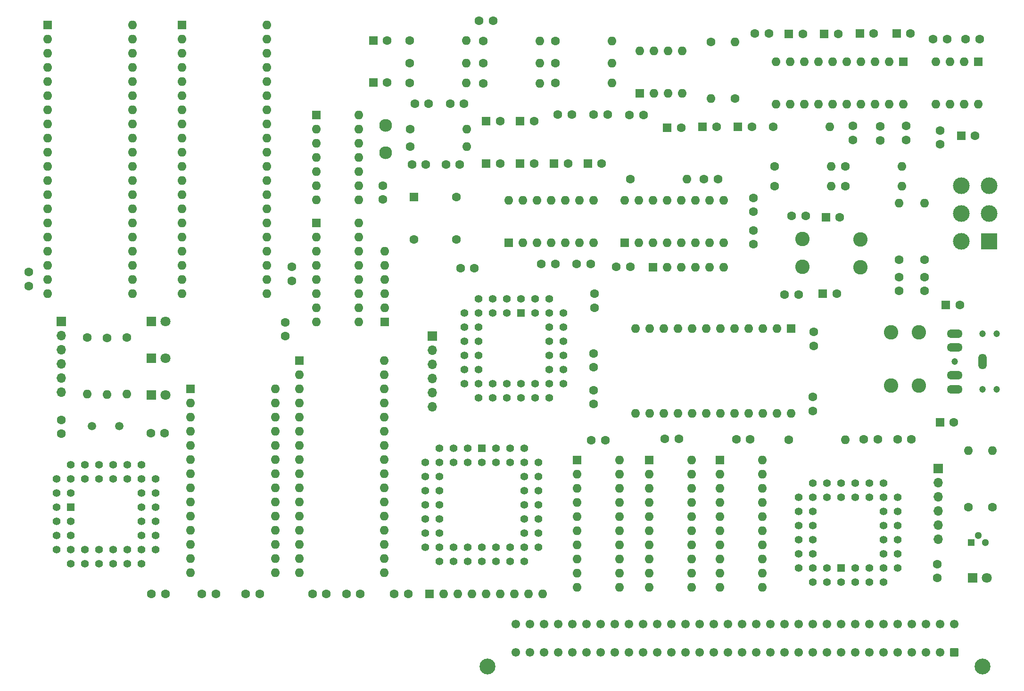
<source format=gbs>
G04 #@! TF.GenerationSoftware,KiCad,Pcbnew,8.0.2*
G04 #@! TF.CreationDate,2024-05-24T13:25:02+01:00*
G04 #@! TF.ProjectId,AudioYM2151V2,41756469-6f59-44d3-9231-353156322e6b,rev?*
G04 #@! TF.SameCoordinates,Original*
G04 #@! TF.FileFunction,Soldermask,Bot*
G04 #@! TF.FilePolarity,Negative*
%FSLAX46Y46*%
G04 Gerber Fmt 4.6, Leading zero omitted, Abs format (unit mm)*
G04 Created by KiCad (PCBNEW 8.0.2) date 2024-05-24 13:25:02*
%MOMM*%
%LPD*%
G01*
G04 APERTURE LIST*
G04 Aperture macros list*
%AMRoundRect*
0 Rectangle with rounded corners*
0 $1 Rounding radius*
0 $2 $3 $4 $5 $6 $7 $8 $9 X,Y pos of 4 corners*
0 Add a 4 corners polygon primitive as box body*
4,1,4,$2,$3,$4,$5,$6,$7,$8,$9,$2,$3,0*
0 Add four circle primitives for the rounded corners*
1,1,$1+$1,$2,$3*
1,1,$1+$1,$4,$5*
1,1,$1+$1,$6,$7*
1,1,$1+$1,$8,$9*
0 Add four rect primitives between the rounded corners*
20,1,$1+$1,$2,$3,$4,$5,0*
20,1,$1+$1,$4,$5,$6,$7,0*
20,1,$1+$1,$6,$7,$8,$9,0*
20,1,$1+$1,$8,$9,$2,$3,0*%
G04 Aperture macros list end*
%ADD10R,1.600000X1.600000*%
%ADD11O,1.600000X1.600000*%
%ADD12C,1.600000*%
%ADD13C,1.500000*%
%ADD14C,2.600000*%
%ADD15R,1.422400X1.422400*%
%ADD16C,1.422400*%
%ADD17R,3.000000X3.000000*%
%ADD18C,3.000000*%
%ADD19C,1.200000*%
%ADD20O,1.504000X2.804000*%
%ADD21O,2.804000X1.504000*%
%ADD22C,2.300000*%
%ADD23R,1.700000X1.700000*%
%ADD24O,1.700000X1.700000*%
%ADD25R,1.800000X1.800000*%
%ADD26C,1.800000*%
%ADD27R,1.300000X1.300000*%
%ADD28C,1.300000*%
%ADD29C,2.850000*%
%ADD30RoundRect,0.249999X0.525001X0.525001X-0.525001X0.525001X-0.525001X-0.525001X0.525001X-0.525001X0*%
%ADD31C,1.550000*%
G04 APERTURE END LIST*
D10*
X123190000Y-97332800D03*
D11*
X123190000Y-99872800D03*
X123190000Y-102412800D03*
X123190000Y-104952800D03*
X123190000Y-107492800D03*
X123190000Y-110032800D03*
X123190000Y-112572800D03*
X123190000Y-115112800D03*
X123190000Y-117652800D03*
X123190000Y-120192800D03*
X123190000Y-122732800D03*
X123190000Y-125272800D03*
X123190000Y-127812800D03*
X123190000Y-130352800D03*
X138430000Y-130352800D03*
X138430000Y-127812800D03*
X138430000Y-125272800D03*
X138430000Y-122732800D03*
X138430000Y-120192800D03*
X138430000Y-117652800D03*
X138430000Y-115112800D03*
X138430000Y-112572800D03*
X138430000Y-110032800D03*
X138430000Y-107492800D03*
X138430000Y-104952800D03*
X138430000Y-102412800D03*
X138430000Y-99872800D03*
X138430000Y-97332800D03*
D10*
X176316000Y-56896000D03*
D12*
X178816000Y-56896000D03*
D13*
X105500000Y-104013000D03*
X110400000Y-104013000D03*
D14*
X243502000Y-70454000D03*
X243502000Y-75454000D03*
D12*
X262890000Y-118618000D03*
D11*
X262890000Y-108458000D03*
D10*
X250000888Y-33528000D03*
D12*
X252500888Y-33528000D03*
D10*
X230691888Y-33538000D03*
D12*
X233191888Y-33538000D03*
X111760000Y-88138000D03*
D11*
X111760000Y-98298000D03*
D10*
X156046288Y-34772600D03*
D12*
X158546288Y-34772600D03*
D10*
X243396888Y-33528000D03*
D12*
X245896888Y-33528000D03*
X223723200Y-106375200D03*
X221223200Y-106375200D03*
X202184000Y-59690000D03*
D11*
X212344000Y-59690000D03*
D10*
X182412000Y-56896000D03*
D12*
X184912000Y-56896000D03*
D10*
X205587600Y-110134400D03*
D11*
X205587600Y-112674400D03*
X205587600Y-115214400D03*
X205587600Y-117754400D03*
X205587600Y-120294400D03*
X205587600Y-122834400D03*
X205587600Y-125374400D03*
X205587600Y-127914400D03*
X205587600Y-130454400D03*
X205587600Y-132994400D03*
X213207600Y-132994400D03*
X213207600Y-130454400D03*
X213207600Y-127914400D03*
X213207600Y-125374400D03*
X213207600Y-122834400D03*
X213207600Y-120294400D03*
X213207600Y-117754400D03*
X213207600Y-115214400D03*
X213207600Y-112674400D03*
X213207600Y-110134400D03*
D12*
X175046000Y-31242000D03*
X177546000Y-31242000D03*
D10*
X257810000Y-103378000D03*
D12*
X260310000Y-103378000D03*
X224282000Y-68874000D03*
X224282000Y-71374000D03*
X175768000Y-38862000D03*
D11*
X185928000Y-38862000D03*
D10*
X203860400Y-44221400D03*
D11*
X206400400Y-44221400D03*
X208940400Y-44221400D03*
X211480400Y-44221400D03*
X211480400Y-36601400D03*
X208940400Y-36601400D03*
X206400400Y-36601400D03*
X203860400Y-36601400D03*
D12*
X228092000Y-60960000D03*
D11*
X238252000Y-60960000D03*
D10*
X231075000Y-86475000D03*
D11*
X228535000Y-86475000D03*
X225995000Y-86475000D03*
X223455000Y-86475000D03*
X220915000Y-86475000D03*
X218375000Y-86475000D03*
X215835000Y-86475000D03*
X213295000Y-86475000D03*
X210755000Y-86475000D03*
X208215000Y-86475000D03*
X205675000Y-86475000D03*
X203135000Y-86475000D03*
X203135000Y-101715000D03*
X205675000Y-101715000D03*
X208215000Y-101715000D03*
X210755000Y-101715000D03*
X213295000Y-101715000D03*
X215835000Y-101715000D03*
X218375000Y-101715000D03*
X220915000Y-101715000D03*
X223455000Y-101715000D03*
X225995000Y-101715000D03*
X228535000Y-101715000D03*
X231075000Y-101715000D03*
D10*
X261600000Y-51900000D03*
D12*
X264100000Y-51900000D03*
X257302000Y-128818000D03*
X257302000Y-131318000D03*
D10*
X201168000Y-71120000D03*
D11*
X203708000Y-71120000D03*
X206248000Y-71120000D03*
X208788000Y-71120000D03*
X211328000Y-71120000D03*
X213868000Y-71120000D03*
X216408000Y-71120000D03*
X218948000Y-71120000D03*
X218948000Y-63500000D03*
X216408000Y-63500000D03*
X213868000Y-63500000D03*
X211328000Y-63500000D03*
X208788000Y-63500000D03*
X206248000Y-63500000D03*
X203708000Y-63500000D03*
X201168000Y-63500000D03*
D15*
X182524400Y-83693000D03*
D16*
X179984400Y-81153000D03*
X179984400Y-83693000D03*
X177444400Y-81153000D03*
X177444400Y-83693000D03*
X174904400Y-81153000D03*
X172364400Y-83693000D03*
X174904400Y-83693000D03*
X172364400Y-86233000D03*
X174904400Y-86233000D03*
X172364400Y-88773000D03*
X174904400Y-88773000D03*
X172364400Y-91313000D03*
X174904400Y-91313000D03*
X172364400Y-93853000D03*
X174904400Y-93853000D03*
X172364400Y-96393000D03*
X174904400Y-98933000D03*
X174904400Y-96393000D03*
X177444400Y-98933000D03*
X177444400Y-96393000D03*
X179984400Y-98933000D03*
X179984400Y-96393000D03*
X182524400Y-98933000D03*
X182524400Y-96393000D03*
X185064400Y-98933000D03*
X185064400Y-96393000D03*
X187604400Y-98933000D03*
X190144400Y-96393000D03*
X187604400Y-96393000D03*
X190144400Y-93853000D03*
X187604400Y-93853000D03*
X190144400Y-91313000D03*
X187604400Y-91313000D03*
X190144400Y-88773000D03*
X187604400Y-88773000D03*
X190144400Y-86233000D03*
X187604400Y-86233000D03*
X190144400Y-83693000D03*
X187604400Y-81153000D03*
X187604400Y-83693000D03*
X185064400Y-81153000D03*
X185064400Y-83693000D03*
X182524400Y-81153000D03*
D12*
X256580000Y-34544000D03*
X259080000Y-34544000D03*
X240792000Y-57404000D03*
D11*
X250952000Y-57404000D03*
D12*
X162560000Y-34798000D03*
D11*
X172720000Y-34798000D03*
D12*
X229910000Y-80400000D03*
X232410000Y-80400000D03*
D15*
X101700000Y-118540000D03*
D16*
X99160000Y-121080000D03*
X101700000Y-121080000D03*
X99160000Y-123620000D03*
X101700000Y-123620000D03*
X99160000Y-126160000D03*
X101700000Y-128700000D03*
X101700000Y-126160000D03*
X104240000Y-128700000D03*
X104240000Y-126160000D03*
X106780000Y-128700000D03*
X106780000Y-126160000D03*
X109320000Y-128700000D03*
X109320000Y-126160000D03*
X111860000Y-128700000D03*
X111860000Y-126160000D03*
X114400000Y-128700000D03*
X116940000Y-126160000D03*
X114400000Y-126160000D03*
X116940000Y-123620000D03*
X114400000Y-123620000D03*
X116940000Y-121080000D03*
X114400000Y-121080000D03*
X116940000Y-118540000D03*
X114400000Y-118540000D03*
X116940000Y-116000000D03*
X114400000Y-116000000D03*
X116940000Y-113460000D03*
X114400000Y-110920000D03*
X114400000Y-113460000D03*
X111860000Y-110920000D03*
X111860000Y-113460000D03*
X109320000Y-110920000D03*
X109320000Y-113460000D03*
X106780000Y-110920000D03*
X106780000Y-113460000D03*
X104240000Y-110920000D03*
X104240000Y-113460000D03*
X101700000Y-110920000D03*
X99160000Y-113460000D03*
X101700000Y-113460000D03*
X99160000Y-116000000D03*
X101700000Y-116000000D03*
X99160000Y-118540000D03*
D10*
X264668000Y-38608000D03*
D11*
X262128000Y-38608000D03*
X259588000Y-38608000D03*
X257048000Y-38608000D03*
X257048000Y-46228000D03*
X259588000Y-46228000D03*
X262128000Y-46228000D03*
X264668000Y-46228000D03*
D12*
X162687000Y-50687000D03*
D11*
X172847000Y-50687000D03*
D12*
X224576000Y-33528000D03*
X227076000Y-33528000D03*
D10*
X188508000Y-56896000D03*
D12*
X191008000Y-56896000D03*
D10*
X237041888Y-33538000D03*
D12*
X239541888Y-33538000D03*
D17*
X266658000Y-70802000D03*
D18*
X266658000Y-65802000D03*
X266658000Y-60802000D03*
X261658000Y-70802000D03*
X261658000Y-65802000D03*
X261658000Y-60802000D03*
D10*
X221528000Y-50292000D03*
D12*
X224028000Y-50292000D03*
X247100000Y-52700000D03*
X247100000Y-50200000D03*
X175768000Y-42432000D03*
D11*
X185928000Y-42432000D03*
D12*
X188722000Y-38862000D03*
D11*
X198882000Y-38862000D03*
D12*
X195808600Y-82764000D03*
X195808600Y-80264000D03*
D10*
X176316000Y-49276000D03*
D12*
X178816000Y-49276000D03*
X242200000Y-52600000D03*
X242200000Y-50100000D03*
D10*
X194564000Y-56896000D03*
D12*
X197064000Y-56896000D03*
D10*
X97536000Y-32004000D03*
D11*
X97536000Y-34544000D03*
X97536000Y-37084000D03*
X97536000Y-39624000D03*
X97536000Y-42164000D03*
X97536000Y-44704000D03*
X97536000Y-47244000D03*
X97536000Y-49784000D03*
X97536000Y-52324000D03*
X97536000Y-54864000D03*
X97536000Y-57404000D03*
X97536000Y-59944000D03*
X97536000Y-62484000D03*
X97536000Y-65024000D03*
X97536000Y-67564000D03*
X97536000Y-70104000D03*
X97536000Y-72644000D03*
X97536000Y-75184000D03*
X97536000Y-77724000D03*
X97536000Y-80264000D03*
X112776000Y-80264000D03*
X112776000Y-77724000D03*
X112776000Y-75184000D03*
X112776000Y-72644000D03*
X112776000Y-70104000D03*
X112776000Y-67564000D03*
X112776000Y-65024000D03*
X112776000Y-62484000D03*
X112776000Y-59944000D03*
X112776000Y-57404000D03*
X112776000Y-54864000D03*
X112776000Y-52324000D03*
X112776000Y-49784000D03*
X112776000Y-47244000D03*
X112776000Y-44704000D03*
X112776000Y-42164000D03*
X112776000Y-39624000D03*
X112776000Y-37084000D03*
X112776000Y-34544000D03*
X112776000Y-32004000D03*
D14*
X249000000Y-96774000D03*
X254000000Y-96774000D03*
D12*
X163489000Y-46101000D03*
X165989000Y-46101000D03*
D10*
X180340000Y-71120000D03*
D11*
X182880000Y-71120000D03*
X185420000Y-71120000D03*
X187960000Y-71120000D03*
X190500000Y-71120000D03*
X193040000Y-71120000D03*
X195580000Y-71120000D03*
X195580000Y-63500000D03*
X193040000Y-63500000D03*
X190500000Y-63500000D03*
X187960000Y-63500000D03*
X185420000Y-63500000D03*
X182880000Y-63500000D03*
X180340000Y-63500000D03*
D12*
X250190000Y-106426000D03*
X252690000Y-106426000D03*
X189193800Y-48082200D03*
X191693800Y-48082200D03*
D10*
X145796000Y-48133000D03*
D11*
X145796000Y-50673000D03*
X145796000Y-53213000D03*
X145796000Y-55753000D03*
X145796000Y-58293000D03*
X145796000Y-60833000D03*
X145796000Y-63373000D03*
X153416000Y-63373000D03*
X153416000Y-60833000D03*
X153416000Y-58293000D03*
X153416000Y-55753000D03*
X153416000Y-53213000D03*
X153416000Y-50673000D03*
X153416000Y-48133000D03*
D10*
X145796000Y-67564000D03*
D11*
X145796000Y-70104000D03*
X145796000Y-72644000D03*
X145796000Y-75184000D03*
X145796000Y-77724000D03*
X145796000Y-80264000D03*
X145796000Y-82804000D03*
X145796000Y-85344000D03*
X153416000Y-85344000D03*
X153416000Y-82804000D03*
X153416000Y-80264000D03*
X153416000Y-77724000D03*
X153416000Y-75184000D03*
X153416000Y-72644000D03*
X153416000Y-70104000D03*
X153416000Y-67564000D03*
D12*
X267208000Y-118618000D03*
D11*
X267208000Y-108458000D03*
D12*
X244134000Y-106426000D03*
X246634000Y-106426000D03*
D10*
X215178000Y-50292000D03*
D12*
X217678000Y-50292000D03*
X99986000Y-105410000D03*
X99986000Y-102910000D03*
D10*
X192633600Y-110134400D03*
D11*
X192633600Y-112674400D03*
X192633600Y-115214400D03*
X192633600Y-117754400D03*
X192633600Y-120294400D03*
X192633600Y-122834400D03*
X192633600Y-125374400D03*
X192633600Y-127914400D03*
X192633600Y-130454400D03*
X192633600Y-132994400D03*
X200253600Y-132994400D03*
X200253600Y-130454400D03*
X200253600Y-127914400D03*
X200253600Y-125374400D03*
X200253600Y-122834400D03*
X200253600Y-120294400D03*
X200253600Y-117754400D03*
X200253600Y-115214400D03*
X200253600Y-112674400D03*
X200253600Y-110134400D03*
D12*
X255016000Y-74168000D03*
D11*
X255016000Y-64008000D03*
D12*
X125262000Y-134162800D03*
X127762000Y-134162800D03*
D19*
X265470000Y-97416000D03*
X267970000Y-97416000D03*
X260470000Y-92416000D03*
X265470000Y-87416000D03*
X267970000Y-87416000D03*
D20*
X265470000Y-92416000D03*
D21*
X260470000Y-87416000D03*
X260470000Y-97416000D03*
X260470000Y-89916000D03*
X260470000Y-94916000D03*
D12*
X116078000Y-105283000D03*
X118578000Y-105283000D03*
X151200800Y-134162800D03*
X153700800Y-134162800D03*
D22*
X158242000Y-54938000D03*
X158242000Y-50038000D03*
D15*
X175524800Y-108000800D03*
D16*
X175524800Y-110540800D03*
X172984800Y-108000800D03*
X172984800Y-110540800D03*
X170444800Y-108000800D03*
X170444800Y-110540800D03*
X167904800Y-108000800D03*
X165364800Y-110540800D03*
X167904800Y-110540800D03*
X165364800Y-113080800D03*
X167904800Y-113080800D03*
X165364800Y-115620800D03*
X167904800Y-115620800D03*
X165364800Y-118160800D03*
X167904800Y-118160800D03*
X165364800Y-120700800D03*
X167904800Y-120700800D03*
X165364800Y-123240800D03*
X167904800Y-123240800D03*
X165364800Y-125780800D03*
X167904800Y-128320800D03*
X167904800Y-125780800D03*
X170444800Y-128320800D03*
X170444800Y-125780800D03*
X172984800Y-128320800D03*
X172984800Y-125780800D03*
X175524800Y-128320800D03*
X175524800Y-125780800D03*
X178064800Y-128320800D03*
X178064800Y-125780800D03*
X180604800Y-128320800D03*
X180604800Y-125780800D03*
X183144800Y-128320800D03*
X185684800Y-125780800D03*
X183144800Y-125780800D03*
X185684800Y-123240800D03*
X183144800Y-123240800D03*
X185684800Y-120700800D03*
X183144800Y-120700800D03*
X185684800Y-118160800D03*
X183144800Y-118160800D03*
X185684800Y-115620800D03*
X183144800Y-115620800D03*
X185684800Y-113080800D03*
X183144800Y-113080800D03*
X185684800Y-110540800D03*
X183144800Y-108000800D03*
X183144800Y-110540800D03*
X180604800Y-108000800D03*
X180604800Y-110540800D03*
X178064800Y-108000800D03*
X178064800Y-110540800D03*
D12*
X262422000Y-34544000D03*
X264922000Y-34544000D03*
D10*
X236768000Y-80264000D03*
D12*
X239268000Y-80264000D03*
X217932000Y-59690000D03*
X215432000Y-59690000D03*
X108204000Y-88163400D03*
D11*
X108204000Y-98323400D03*
D12*
X104648000Y-88138000D03*
D11*
X104648000Y-98298000D03*
D12*
X169077000Y-57023000D03*
X171577000Y-57023000D03*
D10*
X258866000Y-82296000D03*
D12*
X261366000Y-82296000D03*
D23*
X257454400Y-111607600D03*
D24*
X257454400Y-114147600D03*
X257454400Y-116687600D03*
X257454400Y-119227600D03*
X257454400Y-121767600D03*
X257454400Y-124307600D03*
D25*
X116205000Y-91821000D03*
D26*
X118745000Y-91821000D03*
D10*
X156032200Y-42316400D03*
D12*
X158532200Y-42316400D03*
X250444000Y-79756000D03*
X250444000Y-77256000D03*
X169849800Y-46101000D03*
X172349800Y-46101000D03*
X157734000Y-63333000D03*
X157734000Y-60833000D03*
X188722000Y-42418000D03*
D11*
X198882000Y-42418000D03*
D25*
X116205000Y-98425000D03*
D26*
X118745000Y-98425000D03*
D12*
X250444000Y-74168000D03*
D11*
X250444000Y-64008000D03*
D12*
X216662000Y-35052000D03*
D11*
X216662000Y-45212000D03*
D12*
X195580000Y-97576000D03*
X195580000Y-100076000D03*
D23*
X166624000Y-87884000D03*
D24*
X166624000Y-90424000D03*
X166624000Y-92964000D03*
X166624000Y-95504000D03*
X166624000Y-98044000D03*
X166624000Y-100584000D03*
D12*
X220980000Y-45212000D03*
D11*
X220980000Y-35052000D03*
D12*
X162560000Y-38862000D03*
D11*
X172720000Y-38862000D03*
D10*
X218287600Y-110134400D03*
D11*
X218287600Y-112674400D03*
X218287600Y-115214400D03*
X218287600Y-117754400D03*
X218287600Y-120294400D03*
X218287600Y-122834400D03*
X218287600Y-125374400D03*
X218287600Y-127914400D03*
X218287600Y-130454400D03*
X218287600Y-132994400D03*
X225907600Y-132994400D03*
X225907600Y-130454400D03*
X225907600Y-127914400D03*
X225907600Y-125374400D03*
X225907600Y-122834400D03*
X225907600Y-120294400D03*
X225907600Y-117754400D03*
X225907600Y-115214400D03*
X225907600Y-112674400D03*
X225907600Y-110134400D03*
D12*
X230632000Y-106451400D03*
D11*
X240792000Y-106451400D03*
D15*
X240055400Y-129540000D03*
D16*
X242595400Y-132080000D03*
X242595400Y-129540000D03*
X245135400Y-132080000D03*
X245135400Y-129540000D03*
X247675400Y-132080000D03*
X250215400Y-129540000D03*
X247675400Y-129540000D03*
X250215400Y-127000000D03*
X247675400Y-127000000D03*
X250215400Y-124460000D03*
X247675400Y-124460000D03*
X250215400Y-121920000D03*
X247675400Y-121920000D03*
X250215400Y-119380000D03*
X247675400Y-119380000D03*
X250215400Y-116840000D03*
X247675400Y-114300000D03*
X247675400Y-116840000D03*
X245135400Y-114300000D03*
X245135400Y-116840000D03*
X242595400Y-114300000D03*
X242595400Y-116840000D03*
X240055400Y-114300000D03*
X240055400Y-116840000D03*
X237515400Y-114300000D03*
X237515400Y-116840000D03*
X234975400Y-114300000D03*
X232435400Y-116840000D03*
X234975400Y-116840000D03*
X232435400Y-119380000D03*
X234975400Y-119380000D03*
X232435400Y-121920000D03*
X234975400Y-121920000D03*
X232435400Y-124460000D03*
X234975400Y-124460000D03*
X232435400Y-127000000D03*
X234975400Y-127000000D03*
X232435400Y-129540000D03*
X234975400Y-132080000D03*
X234975400Y-129540000D03*
X237515400Y-132080000D03*
X237515400Y-129540000D03*
X240055400Y-132080000D03*
D12*
X118700000Y-134200000D03*
X116200000Y-134200000D03*
D10*
X237300888Y-66548000D03*
D12*
X239800888Y-66548000D03*
X133136000Y-134162800D03*
X135636000Y-134162800D03*
X140208000Y-87884000D03*
X140208000Y-85384000D03*
X231180000Y-66294000D03*
X233680000Y-66294000D03*
X228092000Y-57404000D03*
D11*
X238252000Y-57404000D03*
D12*
X188722000Y-74930000D03*
X186222000Y-74930000D03*
X224282000Y-63032000D03*
X224282000Y-65532000D03*
D10*
X142798800Y-92252800D03*
D11*
X142798800Y-94792800D03*
X142798800Y-97332800D03*
X142798800Y-99872800D03*
X142798800Y-102412800D03*
X142798800Y-104952800D03*
X142798800Y-107492800D03*
X142798800Y-110032800D03*
X142798800Y-112572800D03*
X142798800Y-115112800D03*
X142798800Y-117652800D03*
X142798800Y-120192800D03*
X142798800Y-122732800D03*
X142798800Y-125272800D03*
X142798800Y-127812800D03*
X142798800Y-130352800D03*
X158038800Y-130352800D03*
X158038800Y-127812800D03*
X158038800Y-125272800D03*
X158038800Y-122732800D03*
X158038800Y-120192800D03*
X158038800Y-117652800D03*
X158038800Y-115112800D03*
X158038800Y-112572800D03*
X158038800Y-110032800D03*
X158038800Y-107492800D03*
X158038800Y-104952800D03*
X158038800Y-102412800D03*
X158038800Y-99872800D03*
X158038800Y-97332800D03*
X158038800Y-94792800D03*
X158038800Y-92252800D03*
D10*
X158130400Y-85328600D03*
D11*
X158130400Y-82788600D03*
X158130400Y-80248600D03*
X158130400Y-77708600D03*
X158130400Y-75168600D03*
X158130400Y-72628600D03*
D12*
X199684000Y-75438000D03*
X202184000Y-75438000D03*
X94183200Y-78841600D03*
X94183200Y-76341600D03*
X251700000Y-52600000D03*
X251700000Y-50100000D03*
X235000000Y-98800000D03*
X235000000Y-101300000D03*
X235100000Y-87100000D03*
X235100000Y-89600000D03*
X257800000Y-50900000D03*
X257800000Y-53400000D03*
X227838000Y-50292000D03*
D11*
X237998000Y-50292000D03*
D12*
X175768000Y-34812000D03*
D11*
X185928000Y-34812000D03*
D12*
X162687000Y-53848000D03*
D11*
X172847000Y-53848000D03*
D10*
X251206000Y-38608000D03*
D11*
X248666000Y-38608000D03*
X246126000Y-38608000D03*
X243586000Y-38608000D03*
X241046000Y-38608000D03*
X238506000Y-38608000D03*
X235966000Y-38608000D03*
X233426000Y-38608000D03*
X230886000Y-38608000D03*
X228346000Y-38608000D03*
X228346000Y-46228000D03*
X230886000Y-46228000D03*
X233426000Y-46228000D03*
X235966000Y-46228000D03*
X238506000Y-46228000D03*
X241046000Y-46228000D03*
X243586000Y-46228000D03*
X246126000Y-46228000D03*
X248666000Y-46228000D03*
X251206000Y-46228000D03*
D10*
X163322000Y-62865000D03*
D12*
X163322000Y-70485000D03*
X170942000Y-70485000D03*
X170942000Y-62865000D03*
D25*
X263652000Y-131318000D03*
D26*
X266192000Y-131318000D03*
D12*
X195580000Y-90972000D03*
X195580000Y-93472000D03*
X188722000Y-34812000D03*
D11*
X198882000Y-34812000D03*
D27*
X263398000Y-124968000D03*
D28*
X264668000Y-123698000D03*
X265938000Y-124968000D03*
D12*
X145104800Y-134162800D03*
X147604800Y-134162800D03*
D14*
X249000000Y-87172800D03*
X254000000Y-87172800D03*
D12*
X240792000Y-60960000D03*
D11*
X250952000Y-60960000D03*
D12*
X162560000Y-42418000D03*
D11*
X172720000Y-42418000D03*
D12*
X255016000Y-79756000D03*
X255016000Y-77256000D03*
D10*
X206273400Y-75488800D03*
D11*
X208813400Y-75488800D03*
X211353400Y-75488800D03*
X213893400Y-75488800D03*
X216433400Y-75488800D03*
X218973400Y-75488800D03*
D23*
X99999800Y-85191600D03*
D24*
X99999800Y-87731600D03*
X99999800Y-90271600D03*
X99999800Y-92811600D03*
X99999800Y-95351600D03*
X99999800Y-97891600D03*
D12*
X162981000Y-57023000D03*
X165481000Y-57023000D03*
X141427200Y-75427200D03*
X141427200Y-77927200D03*
D10*
X182412000Y-49276000D03*
D12*
X184912000Y-49276000D03*
X202071600Y-48133000D03*
X204571600Y-48133000D03*
D10*
X166126800Y-134162800D03*
D11*
X168666800Y-134162800D03*
X171206800Y-134162800D03*
X173746800Y-134162800D03*
X176286800Y-134162800D03*
X178826800Y-134162800D03*
X181366800Y-134162800D03*
X183906800Y-134162800D03*
X186446800Y-134162800D03*
D10*
X121666000Y-32004000D03*
D11*
X121666000Y-34544000D03*
X121666000Y-37084000D03*
X121666000Y-39624000D03*
X121666000Y-42164000D03*
X121666000Y-44704000D03*
X121666000Y-47244000D03*
X121666000Y-49784000D03*
X121666000Y-52324000D03*
X121666000Y-54864000D03*
X121666000Y-57404000D03*
X121666000Y-59944000D03*
X121666000Y-62484000D03*
X121666000Y-65024000D03*
X121666000Y-67564000D03*
X121666000Y-70104000D03*
X121666000Y-72644000D03*
X121666000Y-75184000D03*
X121666000Y-77724000D03*
X121666000Y-80264000D03*
X136906000Y-80264000D03*
X136906000Y-77724000D03*
X136906000Y-75184000D03*
X136906000Y-72644000D03*
X136906000Y-70104000D03*
X136906000Y-67564000D03*
X136906000Y-65024000D03*
X136906000Y-62484000D03*
X136906000Y-59944000D03*
X136906000Y-57404000D03*
X136906000Y-54864000D03*
X136906000Y-52324000D03*
X136906000Y-49784000D03*
X136906000Y-47244000D03*
X136906000Y-44704000D03*
X136906000Y-42164000D03*
X136906000Y-39624000D03*
X136906000Y-37084000D03*
X136906000Y-34544000D03*
X136906000Y-32004000D03*
D12*
X171704000Y-75692000D03*
X174204000Y-75692000D03*
D14*
X233088000Y-70414000D03*
X233088000Y-75414000D03*
D25*
X116205000Y-85217000D03*
D26*
X118745000Y-85217000D03*
D12*
X195605400Y-48082200D03*
X198105400Y-48082200D03*
D29*
X265430000Y-147220000D03*
X176530000Y-147220000D03*
D30*
X260350000Y-144680000D03*
D31*
X257810000Y-144680000D03*
X255270000Y-144680000D03*
X252730000Y-144680000D03*
X250190000Y-144680000D03*
X247650000Y-144680000D03*
X245110000Y-144680000D03*
X242570000Y-144680000D03*
X240030000Y-144680000D03*
X237490000Y-144680000D03*
X234950000Y-144680000D03*
X232410000Y-144680000D03*
X229870000Y-144680000D03*
X227330000Y-144680000D03*
X224790000Y-144680000D03*
X222250000Y-144680000D03*
X219710000Y-144680000D03*
X217170000Y-144680000D03*
X214630000Y-144680000D03*
X212090000Y-144680000D03*
X209550000Y-144680000D03*
X207010000Y-144680000D03*
X204470000Y-144680000D03*
X201930000Y-144680000D03*
X199390000Y-144680000D03*
X196850000Y-144680000D03*
X194310000Y-144680000D03*
X191770000Y-144680000D03*
X189230000Y-144680000D03*
X186690000Y-144680000D03*
X184150000Y-144680000D03*
X181610000Y-144680000D03*
X260350000Y-139600000D03*
X257810000Y-139600000D03*
X255270000Y-139600000D03*
X252730000Y-139600000D03*
X250190000Y-139600000D03*
X247650000Y-139600000D03*
X245110000Y-139600000D03*
X242570000Y-139600000D03*
X240030000Y-139600000D03*
X237490000Y-139600000D03*
X234950000Y-139600000D03*
X232410000Y-139600000D03*
X229870000Y-139600000D03*
X227330000Y-139600000D03*
X224790000Y-139600000D03*
X222250000Y-139600000D03*
X219710000Y-139600000D03*
X217170000Y-139600000D03*
X214630000Y-139600000D03*
X212090000Y-139600000D03*
X209550000Y-139600000D03*
X207010000Y-139600000D03*
X204470000Y-139600000D03*
X201930000Y-139600000D03*
X199390000Y-139600000D03*
X196850000Y-139600000D03*
X194310000Y-139600000D03*
X191770000Y-139600000D03*
X189230000Y-139600000D03*
X186690000Y-139600000D03*
X184150000Y-139600000D03*
X181610000Y-139600000D03*
D12*
X210921600Y-106324400D03*
X208421600Y-106324400D03*
X197713600Y-106578400D03*
X195213600Y-106578400D03*
D10*
X208828000Y-50419000D03*
D12*
X211328000Y-50419000D03*
X195072000Y-74930000D03*
X192572000Y-74930000D03*
X159816800Y-134162800D03*
X162316800Y-134162800D03*
M02*

</source>
